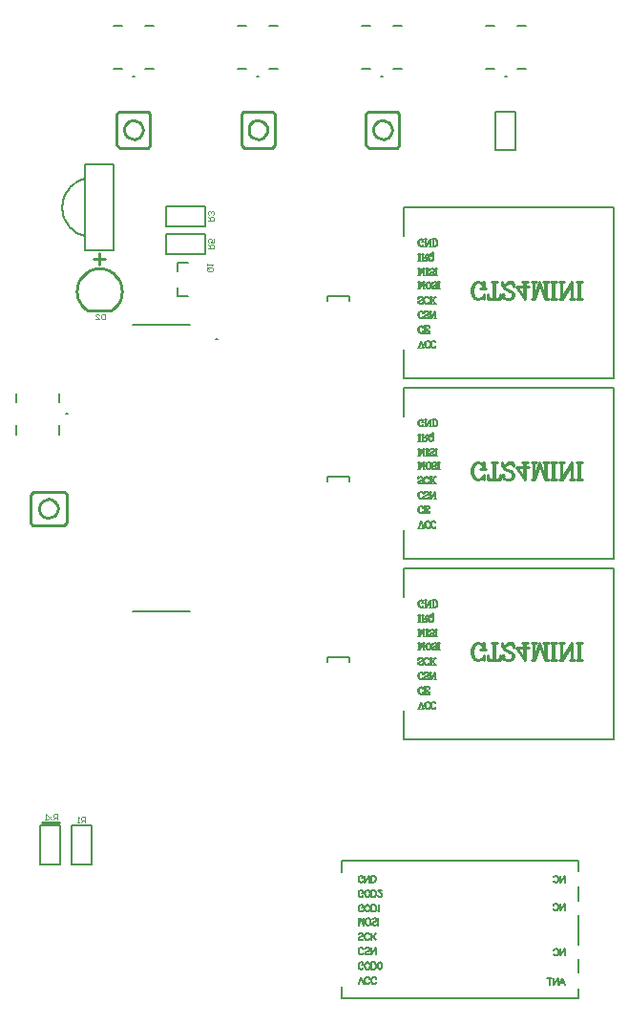
<source format=gbo>
G04*
G04 #@! TF.GenerationSoftware,Altium Limited,Altium Designer,20.1.7 (139)*
G04*
G04 Layer_Color=32896*
%FSLAX25Y25*%
%MOIN*%
G70*
G04*
G04 #@! TF.SameCoordinates,B477E5EB-4298-4D0D-9682-CB7A6047EE2C*
G04*
G04*
G04 #@! TF.FilePolarity,Positive*
G04*
G01*
G75*
%ADD10C,0.00787*%
%ADD11C,0.01000*%
%ADD58C,0.00500*%
%ADD59C,0.00591*%
%ADD60C,0.00984*%
%ADD61C,0.00394*%
D10*
X674209Y400618D02*
X673421D01*
X674209D01*
X726429Y426500D02*
X725642D01*
X726429D01*
X784178Y518185D02*
X783391D01*
X784178D01*
X827512D02*
X826724D01*
X827512D01*
X740845D02*
X740058D01*
X740845D01*
X697512D02*
X696724D01*
X697512D01*
X656020Y393413D02*
Y396563D01*
Y404437D02*
Y407587D01*
X671020Y393413D02*
Y396563D01*
Y404437D02*
Y407587D01*
X675555Y243232D02*
X682445D01*
Y256815D01*
X675555D02*
X682445D01*
X675555Y243232D02*
Y256815D01*
X664555Y243232D02*
X671445D01*
Y256815D01*
X664555D02*
X671445D01*
X664555Y243232D02*
Y256815D01*
X722031Y456366D02*
Y463256D01*
X708449D02*
X722031D01*
X708449Y456366D02*
Y463256D01*
Y456366D02*
X722031D01*
X708449Y465972D02*
Y472862D01*
Y465972D02*
X722031D01*
Y472862D01*
X708449D02*
X722031D01*
X696744Y431500D02*
X716744D01*
X696744Y331500D02*
X716744D01*
X852358Y196484D02*
Y200028D01*
Y205539D02*
Y210264D01*
Y215382D02*
Y225618D01*
Y230736D02*
Y235461D01*
Y240972D02*
Y244516D01*
X769681D02*
X852358D01*
X769681Y240579D02*
Y244516D01*
Y196484D02*
X852358D01*
X769681D02*
Y200421D01*
X791386Y412972D02*
X864614D01*
Y472421D01*
X791386D02*
X864614D01*
X791386Y412972D02*
Y422815D01*
Y462579D02*
Y472421D01*
X791386Y350079D02*
X864614D01*
Y409528D01*
X791386D02*
X864614D01*
X791386Y350079D02*
Y359921D01*
Y399685D02*
Y409528D01*
X791386Y286972D02*
X864614D01*
Y346421D01*
X791386D02*
X864614D01*
X791386Y286972D02*
Y296815D01*
Y336579D02*
Y346421D01*
X823555Y492469D02*
X830445D01*
Y506051D01*
X823555D02*
X830445D01*
X823555Y492469D02*
Y506051D01*
X776580Y535980D02*
X779730D01*
X787604D02*
X790753D01*
X776580Y520980D02*
X779730D01*
X787604D02*
X790753D01*
X819913Y535980D02*
X823063D01*
X830937D02*
X834087D01*
X819913Y520980D02*
X823063D01*
X830937D02*
X834087D01*
X733247Y535980D02*
X736396D01*
X744270D02*
X747420D01*
X733247Y520980D02*
X736396D01*
X744270D02*
X747420D01*
X689913Y535980D02*
X693063D01*
X700937D02*
X704087D01*
X689913Y520980D02*
X693063D01*
X700937D02*
X704087D01*
D11*
X670600Y367500D02*
X670453Y368473D01*
X670027Y369359D01*
X669357Y370080D01*
X668506Y370572D01*
X667547Y370791D01*
X666566Y370717D01*
X665650Y370358D01*
X664881Y369745D01*
X664327Y368932D01*
X664037Y367992D01*
Y367008D01*
X664327Y366068D01*
X664881Y365255D01*
X665650Y364642D01*
X666566Y364283D01*
X667547Y364209D01*
X668506Y364428D01*
X669357Y364920D01*
X670027Y365641D01*
X670453Y366527D01*
X670600Y367500D01*
X689176Y436657D02*
X689991Y437230D01*
X690726Y437901D01*
X691371Y438659D01*
X691915Y439493D01*
X692350Y440389D01*
X692668Y441332D01*
X692864Y442308D01*
X692936Y443301D01*
X692882Y444296D01*
X692702Y445275D01*
X692401Y446224D01*
X691982Y447127D01*
X691453Y447970D01*
X690822Y448740D01*
X690098Y449424D01*
X689294Y450011D01*
X688422Y450492D01*
X687497Y450859D01*
X686532Y451106D01*
X685544Y451230D01*
X684549Y451228D01*
X683561Y451100D01*
X682598Y450849D01*
X681674Y450478D01*
X680804Y449994D01*
X680002Y449404D01*
X679281Y448717D01*
X678653Y447945D01*
X678127Y447099D01*
X677712Y446195D01*
X677414Y445244D01*
X677239Y444264D01*
X677189Y443270D01*
X677264Y442277D01*
X677465Y441302D01*
X677786Y440360D01*
X678225Y439466D01*
X678772Y438634D01*
X679420Y437878D01*
X680158Y437210D01*
X680975Y436641D01*
X787293Y499650D02*
X787146Y500623D01*
X786720Y501509D01*
X786050Y502230D01*
X785198Y502722D01*
X784239Y502941D01*
X783259Y502867D01*
X782343Y502508D01*
X781574Y501895D01*
X781020Y501082D01*
X780730Y500142D01*
Y499158D01*
X781020Y498218D01*
X781574Y497405D01*
X782343Y496792D01*
X783259Y496433D01*
X784239Y496359D01*
X785198Y496578D01*
X786050Y497070D01*
X786720Y497791D01*
X787146Y498677D01*
X787293Y499650D01*
X743793D02*
X743646Y500623D01*
X743220Y501509D01*
X742550Y502230D01*
X741699Y502722D01*
X740739Y502941D01*
X739759Y502867D01*
X738843Y502508D01*
X738074Y501895D01*
X737520Y501082D01*
X737230Y500142D01*
Y499158D01*
X737520Y498218D01*
X738074Y497405D01*
X738843Y496792D01*
X739759Y496433D01*
X740739Y496359D01*
X741699Y496578D01*
X742550Y497070D01*
X743220Y497791D01*
X743646Y498677D01*
X743793Y499650D01*
X700293D02*
X700146Y500623D01*
X699719Y501509D01*
X699050Y502230D01*
X698199Y502722D01*
X697239Y502941D01*
X696259Y502867D01*
X695343Y502508D01*
X694574Y501895D01*
X694020Y501082D01*
X693730Y500142D01*
Y499158D01*
X694020Y498218D01*
X694574Y497405D01*
X695343Y496792D01*
X696259Y496433D01*
X697239Y496359D01*
X698199Y496578D01*
X699050Y497070D01*
X699719Y497791D01*
X700146Y498677D01*
X700293Y499650D01*
X661800Y361700D02*
X672800D01*
X660900Y362600D02*
X661800Y361700D01*
X660900Y362600D02*
Y372200D01*
X661986Y373286D01*
X672814D01*
X673650Y362550D02*
Y372450D01*
X672814Y373286D02*
X673650Y372450D01*
X672800Y361700D02*
X673650Y362550D01*
X664945Y257815D02*
X670945D01*
X680975Y436689D02*
X689176D01*
X789793Y494150D02*
Y505150D01*
X788893Y493250D02*
X789793Y494150D01*
X779293Y493250D02*
X788893D01*
X778207Y494336D02*
X779293Y493250D01*
X778207Y494336D02*
Y505164D01*
X779043Y506000D02*
X788943D01*
X778207Y505164D02*
X779043Y506000D01*
X788943D02*
X789793Y505150D01*
X746293Y494150D02*
Y505150D01*
X745393Y493250D02*
X746293Y494150D01*
X735793Y493250D02*
X745393D01*
X734707Y494336D02*
X735793Y493250D01*
X734707Y494336D02*
Y505164D01*
X735543Y506000D02*
X745443D01*
X734707Y505164D02*
X735543Y506000D01*
X745443D02*
X746293Y505150D01*
X702793Y494150D02*
Y505150D01*
X701893Y493250D02*
X702793Y494150D01*
X692293Y493250D02*
X701893D01*
X691207Y494336D02*
X692293Y493250D01*
X691207Y494336D02*
Y505164D01*
X692043Y506000D02*
X701943D01*
X691207Y505164D02*
X692043Y506000D01*
X701943D02*
X702793Y505150D01*
X684999Y452500D02*
Y456499D01*
X686999Y454499D02*
X683000D01*
D58*
X680006Y482502D02*
X679037Y482209D01*
X678101Y481822D01*
X677208Y481346D01*
X676366Y480784D01*
X675583Y480142D01*
X674867Y479427D01*
X674224Y478645D01*
X673661Y477803D01*
X673183Y476910D01*
X672796Y475975D01*
X672502Y475007D01*
X672304Y474014D01*
X672205Y473006D01*
Y471994D01*
X672304Y470986D01*
X672502Y469993D01*
X672796Y469025D01*
X673183Y468089D01*
X673661Y467197D01*
X674224Y466355D01*
X674867Y465573D01*
X675583Y464858D01*
X676366Y464216D01*
X677208Y463654D01*
X678101Y463178D01*
X679037Y462791D01*
X680006Y462498D01*
X680000Y457500D02*
X690000D01*
X680000D02*
Y462500D01*
Y482500D02*
Y487500D01*
X690000D01*
Y457500D02*
Y487500D01*
X680000Y462500D02*
Y482500D01*
X712480Y441687D02*
X715980D01*
X712480D02*
Y444687D01*
Y450187D02*
Y453187D01*
X715980D01*
X772300Y439931D02*
Y441481D01*
X764700Y439931D02*
Y441481D01*
X772300D01*
Y377037D02*
Y378587D01*
X764700Y377037D02*
Y378587D01*
X772300D01*
Y313931D02*
Y315481D01*
X764700Y313931D02*
Y315481D01*
X772300D01*
D59*
X847634Y239397D02*
Y237035D01*
Y239397D02*
X846059Y237035D01*
Y239397D02*
Y237035D01*
X843720Y238835D02*
X843833Y239060D01*
X844058Y239285D01*
X844283Y239397D01*
X844732D01*
X844957Y239285D01*
X845182Y239060D01*
X845295Y238835D01*
X845407Y238497D01*
Y237935D01*
X845295Y237598D01*
X845182Y237373D01*
X844957Y237148D01*
X844732Y237035D01*
X844283D01*
X844058Y237148D01*
X843833Y237373D01*
X843720Y237598D01*
X847634Y229555D02*
Y227193D01*
Y229555D02*
X846059Y227193D01*
Y229555D02*
Y227193D01*
X843720Y228992D02*
X843833Y229217D01*
X844058Y229442D01*
X844283Y229555D01*
X844732D01*
X844957Y229442D01*
X845182Y229217D01*
X845295Y228992D01*
X845407Y228655D01*
Y228093D01*
X845295Y227755D01*
X845182Y227530D01*
X844957Y227305D01*
X844732Y227193D01*
X844283D01*
X844058Y227305D01*
X843833Y227530D01*
X843720Y227755D01*
X847634Y213807D02*
Y211445D01*
Y213807D02*
X846059Y211445D01*
Y213807D02*
Y211445D01*
X843720Y213244D02*
X843833Y213469D01*
X844058Y213694D01*
X844283Y213807D01*
X844732D01*
X844957Y213694D01*
X845182Y213469D01*
X845295Y213244D01*
X845407Y212907D01*
Y212345D01*
X845295Y212007D01*
X845182Y211782D01*
X844957Y211557D01*
X844732Y211445D01*
X844283D01*
X844058Y211557D01*
X843833Y211782D01*
X843720Y212007D01*
X845835Y201209D02*
X846734Y203570D01*
X847634Y201209D01*
X847297Y201996D02*
X846172D01*
X845283Y203570D02*
Y201209D01*
Y203570D02*
X843709Y201209D01*
Y203570D02*
Y201209D01*
X842269Y203570D02*
Y201209D01*
X843057Y203570D02*
X841482D01*
X777274Y237598D02*
X777161Y237373D01*
X776936Y237148D01*
X776711Y237036D01*
X776261D01*
X776037Y237148D01*
X775811Y237373D01*
X775699Y237598D01*
X775587Y237936D01*
Y238498D01*
X775699Y238835D01*
X775811Y239060D01*
X776037Y239285D01*
X776261Y239398D01*
X776711D01*
X776936Y239285D01*
X777161Y239060D01*
X777274Y238835D01*
Y238498D01*
X776711D02*
X777274D01*
X777813Y237036D02*
Y239398D01*
Y237036D02*
X779388Y239398D01*
Y237036D02*
Y239398D01*
X780040Y237036D02*
Y239398D01*
Y237036D02*
X780827D01*
X781165Y237148D01*
X781390Y237373D01*
X781502Y237598D01*
X781614Y237936D01*
Y238498D01*
X781502Y238835D01*
X781390Y239060D01*
X781165Y239285D01*
X780827Y239398D01*
X780040D01*
X777274Y232480D02*
X777161Y232255D01*
X776936Y232030D01*
X776711Y231918D01*
X776261D01*
X776037Y232030D01*
X775811Y232255D01*
X775699Y232480D01*
X775587Y232818D01*
Y233380D01*
X775699Y233717D01*
X775811Y233942D01*
X776037Y234167D01*
X776261Y234279D01*
X776711D01*
X776936Y234167D01*
X777161Y233942D01*
X777274Y233717D01*
Y233380D01*
X776711D02*
X777274D01*
X778488Y231918D02*
X778263Y232030D01*
X778038Y232255D01*
X777926Y232480D01*
X777813Y232818D01*
Y233380D01*
X777926Y233717D01*
X778038Y233942D01*
X778263Y234167D01*
X778488Y234279D01*
X778938D01*
X779163Y234167D01*
X779388Y233942D01*
X779500Y233717D01*
X779613Y233380D01*
Y232818D01*
X779500Y232480D01*
X779388Y232255D01*
X779163Y232030D01*
X778938Y231918D01*
X778488D01*
X780164D02*
Y234279D01*
Y231918D02*
X780951D01*
X781288Y232030D01*
X781513Y232255D01*
X781626Y232480D01*
X781738Y232818D01*
Y233380D01*
X781626Y233717D01*
X781513Y233942D01*
X781288Y234167D01*
X780951Y234279D01*
X780164D01*
X782379Y232480D02*
Y232368D01*
X782492Y232143D01*
X782604Y232030D01*
X782829Y231918D01*
X783279D01*
X783504Y232030D01*
X783616Y232143D01*
X783729Y232368D01*
Y232593D01*
X783616Y232818D01*
X783391Y233155D01*
X782267Y234279D01*
X783841D01*
X777274Y227362D02*
X777161Y227137D01*
X776936Y226912D01*
X776711Y226800D01*
X776261D01*
X776037Y226912D01*
X775811Y227137D01*
X775699Y227362D01*
X775587Y227699D01*
Y228262D01*
X775699Y228599D01*
X775811Y228824D01*
X776037Y229049D01*
X776261Y229161D01*
X776711D01*
X776936Y229049D01*
X777161Y228824D01*
X777274Y228599D01*
Y228262D01*
X776711D02*
X777274D01*
X778488Y226800D02*
X778263Y226912D01*
X778038Y227137D01*
X777926Y227362D01*
X777813Y227699D01*
Y228262D01*
X777926Y228599D01*
X778038Y228824D01*
X778263Y229049D01*
X778488Y229161D01*
X778938D01*
X779163Y229049D01*
X779388Y228824D01*
X779500Y228599D01*
X779613Y228262D01*
Y227699D01*
X779500Y227362D01*
X779388Y227137D01*
X779163Y226912D01*
X778938Y226800D01*
X778488D01*
X780164D02*
Y229161D01*
Y226800D02*
X780951D01*
X781288Y226912D01*
X781513Y227137D01*
X781626Y227362D01*
X781738Y227699D01*
Y228262D01*
X781626Y228599D01*
X781513Y228824D01*
X781288Y229049D01*
X780951Y229161D01*
X780164D01*
X782267Y227250D02*
X782492Y227137D01*
X782829Y226800D01*
Y229161D01*
X775587Y222075D02*
Y224437D01*
Y222075D02*
X776486Y224437D01*
X777386Y222075D02*
X776486Y224437D01*
X777386Y222075D02*
Y224437D01*
X778735Y222075D02*
X778511Y222188D01*
X778286Y222413D01*
X778173Y222638D01*
X778061Y222975D01*
Y223537D01*
X778173Y223875D01*
X778286Y224100D01*
X778511Y224324D01*
X778735Y224437D01*
X779185D01*
X779410Y224324D01*
X779635Y224100D01*
X779748Y223875D01*
X779860Y223537D01*
Y222975D01*
X779748Y222638D01*
X779635Y222413D01*
X779410Y222188D01*
X779185Y222075D01*
X778735D01*
X781986Y222413D02*
X781761Y222188D01*
X781423Y222075D01*
X780973D01*
X780636Y222188D01*
X780411Y222413D01*
Y222638D01*
X780524Y222863D01*
X780636Y222975D01*
X780861Y223088D01*
X781536Y223312D01*
X781761Y223425D01*
X781873Y223537D01*
X781986Y223762D01*
Y224100D01*
X781761Y224324D01*
X781423Y224437D01*
X780973D01*
X780636Y224324D01*
X780411Y224100D01*
X782514Y222075D02*
Y224437D01*
X777161Y217295D02*
X776936Y217070D01*
X776599Y216957D01*
X776149D01*
X775811Y217070D01*
X775587Y217295D01*
Y217519D01*
X775699Y217744D01*
X775811Y217857D01*
X776037Y217969D01*
X776711Y218194D01*
X776936Y218307D01*
X777049Y218419D01*
X777161Y218644D01*
Y218982D01*
X776936Y219206D01*
X776599Y219319D01*
X776149D01*
X775811Y219206D01*
X775587Y218982D01*
X779377Y217519D02*
X779264Y217295D01*
X779039Y217070D01*
X778814Y216957D01*
X778364D01*
X778139Y217070D01*
X777915Y217295D01*
X777802Y217519D01*
X777690Y217857D01*
Y218419D01*
X777802Y218757D01*
X777915Y218982D01*
X778139Y219206D01*
X778364Y219319D01*
X778814D01*
X779039Y219206D01*
X779264Y218982D01*
X779377Y218757D01*
X780040Y216957D02*
Y219319D01*
X781614Y216957D02*
X780040Y218532D01*
X780602Y217969D02*
X781614Y219319D01*
X777274Y212401D02*
X777161Y212176D01*
X776936Y211952D01*
X776711Y211839D01*
X776261D01*
X776037Y211952D01*
X775811Y212176D01*
X775699Y212401D01*
X775587Y212739D01*
Y213301D01*
X775699Y213638D01*
X775811Y213863D01*
X776037Y214088D01*
X776261Y214201D01*
X776711D01*
X776936Y214088D01*
X777161Y213863D01*
X777274Y213638D01*
X779511Y212176D02*
X779287Y211952D01*
X778949Y211839D01*
X778499D01*
X778162Y211952D01*
X777937Y212176D01*
Y212401D01*
X778050Y212626D01*
X778162Y212739D01*
X778387Y212851D01*
X779062Y213076D01*
X779287Y213189D01*
X779399Y213301D01*
X779511Y213526D01*
Y213863D01*
X779287Y214088D01*
X778949Y214201D01*
X778499D01*
X778162Y214088D01*
X777937Y213863D01*
X780040Y211839D02*
Y214201D01*
Y211839D02*
X781614Y214201D01*
Y211839D02*
Y214201D01*
X777274Y207283D02*
X777161Y207058D01*
X776936Y206833D01*
X776711Y206721D01*
X776261D01*
X776037Y206833D01*
X775811Y207058D01*
X775699Y207283D01*
X775587Y207621D01*
Y208183D01*
X775699Y208520D01*
X775811Y208745D01*
X776037Y208970D01*
X776261Y209083D01*
X776711D01*
X776936Y208970D01*
X777161Y208745D01*
X777274Y208520D01*
Y208183D01*
X776711D02*
X777274D01*
X778488Y206721D02*
X778263Y206833D01*
X778038Y207058D01*
X777926Y207283D01*
X777813Y207621D01*
Y208183D01*
X777926Y208520D01*
X778038Y208745D01*
X778263Y208970D01*
X778488Y209083D01*
X778938D01*
X779163Y208970D01*
X779388Y208745D01*
X779500Y208520D01*
X779613Y208183D01*
Y207621D01*
X779500Y207283D01*
X779388Y207058D01*
X779163Y206833D01*
X778938Y206721D01*
X778488D01*
X780164D02*
Y209083D01*
Y206721D02*
X780951D01*
X781288Y206833D01*
X781513Y207058D01*
X781626Y207283D01*
X781738Y207621D01*
Y208183D01*
X781626Y208520D01*
X781513Y208745D01*
X781288Y208970D01*
X780951Y209083D01*
X780164D01*
X782942Y206721D02*
X782604Y206833D01*
X782379Y207171D01*
X782267Y207733D01*
Y208070D01*
X782379Y208633D01*
X782604Y208970D01*
X782942Y209083D01*
X783167D01*
X783504Y208970D01*
X783729Y208633D01*
X783841Y208070D01*
Y207733D01*
X783729Y207171D01*
X783504Y206833D01*
X783167Y206721D01*
X782942D01*
X775587Y201603D02*
X776486Y203965D01*
X777386Y201603D02*
X776486Y203965D01*
X779377Y202165D02*
X779264Y201940D01*
X779039Y201715D01*
X778814Y201603D01*
X778364D01*
X778139Y201715D01*
X777915Y201940D01*
X777802Y202165D01*
X777690Y202503D01*
Y203065D01*
X777802Y203402D01*
X777915Y203627D01*
X778139Y203852D01*
X778364Y203965D01*
X778814D01*
X779039Y203852D01*
X779264Y203627D01*
X779377Y203402D01*
X781727Y202165D02*
X781614Y201940D01*
X781390Y201715D01*
X781165Y201603D01*
X780715D01*
X780490Y201715D01*
X780265Y201940D01*
X780153Y202165D01*
X780040Y202503D01*
Y203065D01*
X780153Y203402D01*
X780265Y203627D01*
X780490Y203852D01*
X780715Y203965D01*
X781165D01*
X781390Y203852D01*
X781614Y203627D01*
X781727Y203402D01*
X798078Y459393D02*
X798191Y459730D01*
Y459056D01*
X798078Y459393D01*
X797854Y459168D01*
X797516Y459056D01*
X797291D01*
X796954Y459168D01*
X796729Y459393D01*
X796616Y459618D01*
X796504Y459955D01*
Y460518D01*
X796616Y460855D01*
X796729Y461080D01*
X796954Y461305D01*
X797291Y461417D01*
X797516D01*
X797854Y461305D01*
X798078Y461080D01*
X797291Y459056D02*
X797066Y459168D01*
X796841Y459393D01*
X796729Y459618D01*
X796616Y459955D01*
Y460518D01*
X796729Y460855D01*
X796841Y461080D01*
X797066Y461305D01*
X797291Y461417D01*
X798078Y460518D02*
Y461417D01*
X798191Y460518D02*
Y461417D01*
X797741Y460518D02*
X798528D01*
X799169Y459056D02*
Y461417D01*
X799282Y459056D02*
X800631Y461192D01*
X799282Y459281D02*
X800631Y461417D01*
Y459056D02*
Y461417D01*
X798832Y459056D02*
X799282D01*
X800294D02*
X800969D01*
X798832Y461417D02*
X799507D01*
X801598Y459056D02*
Y461417D01*
X801711Y459056D02*
Y461417D01*
X801261Y459056D02*
X802386D01*
X802723Y459168D01*
X802948Y459393D01*
X803061Y459618D01*
X803173Y459955D01*
Y460518D01*
X803061Y460855D01*
X802948Y461080D01*
X802723Y461305D01*
X802386Y461417D01*
X801261D01*
X802386Y459056D02*
X802611Y459168D01*
X802835Y459393D01*
X802948Y459618D01*
X803061Y459955D01*
Y460518D01*
X802948Y460855D01*
X802835Y461080D01*
X802611Y461305D01*
X802386Y461417D01*
X796841Y453937D02*
Y456299D01*
X796954Y453937D02*
Y456299D01*
X796504Y453937D02*
X797291D01*
X796504Y456299D02*
X797291D01*
X798056Y453937D02*
Y456299D01*
X798168Y453937D02*
Y456299D01*
X797718Y453937D02*
X799068D01*
X799405Y454050D01*
X799518Y454162D01*
X799630Y454387D01*
Y454612D01*
X799518Y454837D01*
X799405Y454950D01*
X799068Y455062D01*
X798168D01*
X799068Y453937D02*
X799293Y454050D01*
X799405Y454162D01*
X799518Y454387D01*
Y454612D01*
X799405Y454837D01*
X799293Y454950D01*
X799068Y455062D01*
X797718Y456299D02*
X798506D01*
X798731Y455062D02*
X798956Y455175D01*
X799068Y455287D01*
X799405Y456074D01*
X799518Y456187D01*
X799630D01*
X799743Y456074D01*
X798956Y455175D02*
X799068Y455400D01*
X799293Y456187D01*
X799405Y456299D01*
X799630D01*
X799743Y456074D01*
Y455962D01*
X800834Y453937D02*
X800496Y454050D01*
X800271Y454275D01*
X800159Y454500D01*
X800047Y454950D01*
Y455287D01*
X800159Y455737D01*
X800271Y455962D01*
X800496Y456187D01*
X800834Y456299D01*
X801059D01*
X801396Y456187D01*
X801621Y455962D01*
X801733Y455737D01*
X801846Y455287D01*
Y454950D01*
X801733Y454500D01*
X801621Y454275D01*
X801396Y454050D01*
X801059Y453937D01*
X800834D01*
X800609Y454050D01*
X800384Y454275D01*
X800271Y454500D01*
X800159Y454950D01*
Y455287D01*
X800271Y455737D01*
X800384Y455962D01*
X800609Y456187D01*
X800834Y456299D01*
X801059D02*
X801284Y456187D01*
X801509Y455962D01*
X801621Y455737D01*
X801733Y455287D01*
Y454950D01*
X801621Y454500D01*
X801509Y454275D01*
X801284Y454050D01*
X801059Y453937D01*
X800496Y456074D02*
Y455962D01*
X800609Y455737D01*
X800834Y455624D01*
X800946D01*
X801171Y455737D01*
X801284Y455962D01*
X801396Y456749D01*
X801509Y456861D01*
X801733D01*
X801846Y456637D01*
Y456524D01*
X801284Y455962D02*
X801396Y456412D01*
X801509Y456637D01*
X801621Y456749D01*
X801733D01*
X801846Y456637D01*
X796841Y448819D02*
Y451181D01*
X796954Y448819D02*
X797629Y450844D01*
X796841Y448819D02*
X797629Y451181D01*
X798416Y448819D02*
X797629Y451181D01*
X798416Y448819D02*
Y451181D01*
X798528Y448819D02*
Y451181D01*
X796504Y448819D02*
X796954D01*
X798416D02*
X798866D01*
X796504Y451181D02*
X797179D01*
X798078D02*
X798866D01*
X799473Y448819D02*
Y451181D01*
X799585Y448819D02*
Y451181D01*
X799135Y448819D02*
X799923D01*
X799135Y451181D02*
X799923D01*
X801812Y449157D02*
X801925Y448819D01*
Y449494D01*
X801812Y449157D01*
X801587Y448932D01*
X801250Y448819D01*
X800912D01*
X800575Y448932D01*
X800350Y449157D01*
Y449382D01*
X800463Y449607D01*
X800575Y449719D01*
X800800Y449832D01*
X801475Y450057D01*
X801700Y450169D01*
X801925Y450394D01*
X800350Y449382D02*
X800575Y449607D01*
X800800Y449719D01*
X801475Y449944D01*
X801700Y450057D01*
X801812Y450169D01*
X801925Y450394D01*
Y450844D01*
X801700Y451069D01*
X801362Y451181D01*
X801025D01*
X800688Y451069D01*
X800463Y450844D01*
X800350Y450506D01*
Y451181D01*
X800463Y450844D01*
X802611Y448819D02*
Y451181D01*
X802723Y448819D02*
Y451181D01*
X802273Y448819D02*
X803061D01*
X802273Y451181D02*
X803061D01*
X796841Y444095D02*
Y446457D01*
X796954Y444095D02*
X797629Y446119D01*
X796841Y444095D02*
X797629Y446457D01*
X798416Y444095D02*
X797629Y446457D01*
X798416Y444095D02*
Y446457D01*
X798528Y444095D02*
Y446457D01*
X796504Y444095D02*
X796954D01*
X798416D02*
X798866D01*
X796504Y446457D02*
X797179D01*
X798078D02*
X798866D01*
X799923Y444095D02*
X799585Y444207D01*
X799361Y444432D01*
X799248Y444657D01*
X799135Y445107D01*
Y445444D01*
X799248Y445894D01*
X799361Y446119D01*
X799585Y446344D01*
X799923Y446457D01*
X800148D01*
X800485Y446344D01*
X800710Y446119D01*
X800823Y445894D01*
X800935Y445444D01*
Y445107D01*
X800823Y444657D01*
X800710Y444432D01*
X800485Y444207D01*
X800148Y444095D01*
X799923D01*
X799698Y444207D01*
X799473Y444432D01*
X799361Y444657D01*
X799248Y445107D01*
Y445444D01*
X799361Y445894D01*
X799473Y446119D01*
X799698Y446344D01*
X799923Y446457D01*
X800148D02*
X800373Y446344D01*
X800597Y446119D01*
X800710Y445894D01*
X800823Y445444D01*
Y445107D01*
X800710Y444657D01*
X800597Y444432D01*
X800373Y444207D01*
X800148Y444095D01*
X802723Y444432D02*
X802835Y444095D01*
Y444770D01*
X802723Y444432D01*
X802498Y444207D01*
X802161Y444095D01*
X801823D01*
X801486Y444207D01*
X801261Y444432D01*
Y444657D01*
X801373Y444882D01*
X801486Y444995D01*
X801711Y445107D01*
X802386Y445332D01*
X802611Y445444D01*
X802835Y445670D01*
X801261Y444657D02*
X801486Y444882D01*
X801711Y444995D01*
X802386Y445220D01*
X802611Y445332D01*
X802723Y445444D01*
X802835Y445670D01*
Y446119D01*
X802611Y446344D01*
X802273Y446457D01*
X801936D01*
X801598Y446344D01*
X801373Y446119D01*
X801261Y445782D01*
Y446457D01*
X801373Y446119D01*
X803522Y444095D02*
Y446457D01*
X803634Y444095D02*
Y446457D01*
X803184Y444095D02*
X803971D01*
X803184Y446457D02*
X803971D01*
X797966Y439314D02*
X798078Y438977D01*
Y439652D01*
X797966Y439314D01*
X797741Y439089D01*
X797404Y438977D01*
X797066D01*
X796729Y439089D01*
X796504Y439314D01*
Y439539D01*
X796616Y439764D01*
X796729Y439877D01*
X796954Y439989D01*
X797629Y440214D01*
X797854Y440326D01*
X798078Y440551D01*
X796504Y439539D02*
X796729Y439764D01*
X796954Y439877D01*
X797629Y440101D01*
X797854Y440214D01*
X797966Y440326D01*
X798078Y440551D01*
Y441001D01*
X797854Y441226D01*
X797516Y441339D01*
X797179D01*
X796841Y441226D01*
X796616Y441001D01*
X796504Y440664D01*
Y441339D01*
X796616Y441001D01*
X800002Y439314D02*
X800114Y439652D01*
Y438977D01*
X800002Y439314D01*
X799777Y439089D01*
X799439Y438977D01*
X799214D01*
X798877Y439089D01*
X798652Y439314D01*
X798539Y439539D01*
X798427Y439877D01*
Y440439D01*
X798539Y440776D01*
X798652Y441001D01*
X798877Y441226D01*
X799214Y441339D01*
X799439D01*
X799777Y441226D01*
X800002Y441001D01*
X800114Y440776D01*
X799214Y438977D02*
X798989Y439089D01*
X798764Y439314D01*
X798652Y439539D01*
X798539Y439877D01*
Y440439D01*
X798652Y440776D01*
X798764Y441001D01*
X798989Y441226D01*
X799214Y441339D01*
X800789Y438977D02*
Y441339D01*
X800901Y438977D02*
Y441339D01*
X802363Y438977D02*
X800901Y440439D01*
X801464Y439989D02*
X802363Y441339D01*
X801351Y439989D02*
X802251Y441339D01*
X800451Y438977D02*
X801239D01*
X801913D02*
X802588D01*
X800451Y441339D02*
X801239D01*
X801913D02*
X802588D01*
X798078Y434196D02*
X798191Y434534D01*
Y433859D01*
X798078Y434196D01*
X797854Y433971D01*
X797516Y433859D01*
X797291D01*
X796954Y433971D01*
X796729Y434196D01*
X796616Y434421D01*
X796504Y434759D01*
Y435321D01*
X796616Y435658D01*
X796729Y435883D01*
X796954Y436108D01*
X797291Y436221D01*
X797516D01*
X797854Y436108D01*
X798078Y435883D01*
X798191Y435658D01*
X797291Y433859D02*
X797066Y433971D01*
X796841Y434196D01*
X796729Y434421D01*
X796616Y434759D01*
Y435321D01*
X796729Y435658D01*
X796841Y435883D01*
X797066Y436108D01*
X797291Y436221D01*
X799990Y434196D02*
X800103Y433859D01*
Y434534D01*
X799990Y434196D01*
X799765Y433971D01*
X799428Y433859D01*
X799091D01*
X798753Y433971D01*
X798528Y434196D01*
Y434421D01*
X798641Y434646D01*
X798753Y434759D01*
X798978Y434871D01*
X799653Y435096D01*
X799878Y435208D01*
X800103Y435433D01*
X798528Y434421D02*
X798753Y434646D01*
X798978Y434759D01*
X799653Y434983D01*
X799878Y435096D01*
X799990Y435208D01*
X800103Y435433D01*
Y435883D01*
X799878Y436108D01*
X799540Y436221D01*
X799203D01*
X798866Y436108D01*
X798641Y435883D01*
X798528Y435546D01*
Y436221D01*
X798641Y435883D01*
X800789Y433859D02*
Y436221D01*
X800901Y433859D02*
X802251Y435996D01*
X800901Y434084D02*
X802251Y436221D01*
Y433859D02*
Y436221D01*
X800451Y433859D02*
X800901D01*
X801913D02*
X802588D01*
X800451Y436221D02*
X801126D01*
X798078Y429078D02*
X798191Y429415D01*
Y428741D01*
X798078Y429078D01*
X797854Y428853D01*
X797516Y428741D01*
X797291D01*
X796954Y428853D01*
X796729Y429078D01*
X796616Y429303D01*
X796504Y429640D01*
Y430203D01*
X796616Y430540D01*
X796729Y430765D01*
X796954Y430990D01*
X797291Y431102D01*
X797516D01*
X797854Y430990D01*
X798078Y430765D01*
X798191Y430540D01*
X797291Y428741D02*
X797066Y428853D01*
X796841Y429078D01*
X796729Y429303D01*
X796616Y429640D01*
Y430203D01*
X796729Y430540D01*
X796841Y430765D01*
X797066Y430990D01*
X797291Y431102D01*
X798866Y428741D02*
Y431102D01*
X798978Y428741D02*
Y431102D01*
X799653Y429415D02*
Y430315D01*
X798528Y428741D02*
X800328D01*
Y429415D01*
X800215Y428741D01*
X798978Y429865D02*
X799653D01*
X798528Y431102D02*
X800328D01*
Y430428D01*
X800215Y431102D01*
X796729Y423623D02*
X797516Y425984D01*
X796841Y423623D02*
X797516Y425647D01*
X798303Y423623D02*
X797516Y425984D01*
X796504Y423623D02*
X797179D01*
X797854D02*
X798528D01*
X800406Y423960D02*
X800519Y424297D01*
Y423623D01*
X800406Y423960D01*
X800181Y423735D01*
X799844Y423623D01*
X799619D01*
X799282Y423735D01*
X799057Y423960D01*
X798944Y424185D01*
X798832Y424522D01*
Y425085D01*
X798944Y425422D01*
X799057Y425647D01*
X799282Y425872D01*
X799619Y425984D01*
X799844D01*
X800181Y425872D01*
X800406Y425647D01*
X800519Y425422D01*
X799619Y423623D02*
X799394Y423735D01*
X799169Y423960D01*
X799057Y424185D01*
X798944Y424522D01*
Y425085D01*
X799057Y425422D01*
X799169Y425647D01*
X799394Y425872D01*
X799619Y425984D01*
X802431Y423960D02*
X802543Y424297D01*
Y423623D01*
X802431Y423960D01*
X802206Y423735D01*
X801868Y423623D01*
X801643D01*
X801306Y423735D01*
X801081Y423960D01*
X800969Y424185D01*
X800856Y424522D01*
Y425085D01*
X800969Y425422D01*
X801081Y425647D01*
X801306Y425872D01*
X801643Y425984D01*
X801868D01*
X802206Y425872D01*
X802431Y425647D01*
X802543Y425422D01*
X801643Y423623D02*
X801418Y423735D01*
X801194Y423960D01*
X801081Y424185D01*
X800969Y424522D01*
Y425085D01*
X801081Y425422D01*
X801194Y425647D01*
X801418Y425872D01*
X801643Y425984D01*
X798078Y396499D02*
X798191Y396837D01*
Y396162D01*
X798078Y396499D01*
X797854Y396274D01*
X797516Y396162D01*
X797291D01*
X796954Y396274D01*
X796729Y396499D01*
X796616Y396724D01*
X796504Y397062D01*
Y397624D01*
X796616Y397961D01*
X796729Y398186D01*
X796954Y398411D01*
X797291Y398524D01*
X797516D01*
X797854Y398411D01*
X798078Y398186D01*
X797291Y396162D02*
X797066Y396274D01*
X796841Y396499D01*
X796729Y396724D01*
X796616Y397062D01*
Y397624D01*
X796729Y397961D01*
X796841Y398186D01*
X797066Y398411D01*
X797291Y398524D01*
X798078Y397624D02*
Y398524D01*
X798191Y397624D02*
Y398524D01*
X797741Y397624D02*
X798528D01*
X799169Y396162D02*
Y398524D01*
X799282Y396162D02*
X800631Y398299D01*
X799282Y396387D02*
X800631Y398524D01*
Y396162D02*
Y398524D01*
X798832Y396162D02*
X799282D01*
X800294D02*
X800969D01*
X798832Y398524D02*
X799507D01*
X801598Y396162D02*
Y398524D01*
X801711Y396162D02*
Y398524D01*
X801261Y396162D02*
X802386D01*
X802723Y396274D01*
X802948Y396499D01*
X803061Y396724D01*
X803173Y397062D01*
Y397624D01*
X803061Y397961D01*
X802948Y398186D01*
X802723Y398411D01*
X802386Y398524D01*
X801261D01*
X802386Y396162D02*
X802611Y396274D01*
X802836Y396499D01*
X802948Y396724D01*
X803061Y397062D01*
Y397624D01*
X802948Y397961D01*
X802836Y398186D01*
X802611Y398411D01*
X802386Y398524D01*
X796841Y391044D02*
Y393406D01*
X796954Y391044D02*
Y393406D01*
X796504Y391044D02*
X797291D01*
X796504Y393406D02*
X797291D01*
X798056Y391044D02*
Y393406D01*
X798168Y391044D02*
Y393406D01*
X797719Y391044D02*
X799068D01*
X799405Y391156D01*
X799518Y391269D01*
X799630Y391494D01*
Y391719D01*
X799518Y391944D01*
X799405Y392056D01*
X799068Y392168D01*
X798168D01*
X799068Y391044D02*
X799293Y391156D01*
X799405Y391269D01*
X799518Y391494D01*
Y391719D01*
X799405Y391944D01*
X799293Y392056D01*
X799068Y392168D01*
X797719Y393406D02*
X798506D01*
X798731Y392168D02*
X798956Y392281D01*
X799068Y392393D01*
X799405Y393181D01*
X799518Y393293D01*
X799630D01*
X799743Y393181D01*
X798956Y392281D02*
X799068Y392506D01*
X799293Y393293D01*
X799405Y393406D01*
X799630D01*
X799743Y393181D01*
Y393068D01*
X800834Y391044D02*
X800496Y391156D01*
X800271Y391381D01*
X800159Y391606D01*
X800047Y392056D01*
Y392393D01*
X800159Y392843D01*
X800271Y393068D01*
X800496Y393293D01*
X800834Y393406D01*
X801059D01*
X801396Y393293D01*
X801621Y393068D01*
X801733Y392843D01*
X801846Y392393D01*
Y392056D01*
X801733Y391606D01*
X801621Y391381D01*
X801396Y391156D01*
X801059Y391044D01*
X800834D01*
X800609Y391156D01*
X800384Y391381D01*
X800271Y391606D01*
X800159Y392056D01*
Y392393D01*
X800271Y392843D01*
X800384Y393068D01*
X800609Y393293D01*
X800834Y393406D01*
X801059D02*
X801284Y393293D01*
X801509Y393068D01*
X801621Y392843D01*
X801733Y392393D01*
Y392056D01*
X801621Y391606D01*
X801509Y391381D01*
X801284Y391156D01*
X801059Y391044D01*
X800496Y393181D02*
Y393068D01*
X800609Y392843D01*
X800834Y392731D01*
X800946D01*
X801171Y392843D01*
X801284Y393068D01*
X801396Y393855D01*
X801509Y393968D01*
X801733D01*
X801846Y393743D01*
Y393631D01*
X801284Y393068D02*
X801396Y393518D01*
X801509Y393743D01*
X801621Y393855D01*
X801733D01*
X801846Y393743D01*
X796841Y385926D02*
Y388287D01*
X796954Y385926D02*
X797629Y387950D01*
X796841Y385926D02*
X797629Y388287D01*
X798416Y385926D02*
X797629Y388287D01*
X798416Y385926D02*
Y388287D01*
X798528Y385926D02*
Y388287D01*
X796504Y385926D02*
X796954D01*
X798416D02*
X798866D01*
X796504Y388287D02*
X797179D01*
X798078D02*
X798866D01*
X799473Y385926D02*
Y388287D01*
X799585Y385926D02*
Y388287D01*
X799136Y385926D02*
X799923D01*
X799136Y388287D02*
X799923D01*
X801812Y386263D02*
X801925Y385926D01*
Y386600D01*
X801812Y386263D01*
X801587Y386038D01*
X801250Y385926D01*
X800912D01*
X800575Y386038D01*
X800350Y386263D01*
Y386488D01*
X800463Y386713D01*
X800575Y386825D01*
X800800Y386938D01*
X801475Y387163D01*
X801700Y387275D01*
X801925Y387500D01*
X800350Y386488D02*
X800575Y386713D01*
X800800Y386825D01*
X801475Y387050D01*
X801700Y387163D01*
X801812Y387275D01*
X801925Y387500D01*
Y387950D01*
X801700Y388175D01*
X801362Y388287D01*
X801025D01*
X800688Y388175D01*
X800463Y387950D01*
X800350Y387613D01*
Y388287D01*
X800463Y387950D01*
X802611Y385926D02*
Y388287D01*
X802723Y385926D02*
Y388287D01*
X802273Y385926D02*
X803061D01*
X802273Y388287D02*
X803061D01*
X796841Y381201D02*
Y383563D01*
X796954Y381201D02*
X797629Y383226D01*
X796841Y381201D02*
X797629Y383563D01*
X798416Y381201D02*
X797629Y383563D01*
X798416Y381201D02*
Y383563D01*
X798528Y381201D02*
Y383563D01*
X796504Y381201D02*
X796954D01*
X798416D02*
X798866D01*
X796504Y383563D02*
X797179D01*
X798078D02*
X798866D01*
X799923Y381201D02*
X799585Y381314D01*
X799361Y381539D01*
X799248Y381764D01*
X799136Y382213D01*
Y382551D01*
X799248Y383001D01*
X799361Y383226D01*
X799585Y383451D01*
X799923Y383563D01*
X800148D01*
X800485Y383451D01*
X800710Y383226D01*
X800823Y383001D01*
X800935Y382551D01*
Y382213D01*
X800823Y381764D01*
X800710Y381539D01*
X800485Y381314D01*
X800148Y381201D01*
X799923D01*
X799698Y381314D01*
X799473Y381539D01*
X799361Y381764D01*
X799248Y382213D01*
Y382551D01*
X799361Y383001D01*
X799473Y383226D01*
X799698Y383451D01*
X799923Y383563D01*
X800148D02*
X800373Y383451D01*
X800598Y383226D01*
X800710Y383001D01*
X800823Y382551D01*
Y382213D01*
X800710Y381764D01*
X800598Y381539D01*
X800373Y381314D01*
X800148Y381201D01*
X802723Y381539D02*
X802835Y381201D01*
Y381876D01*
X802723Y381539D01*
X802498Y381314D01*
X802161Y381201D01*
X801823D01*
X801486Y381314D01*
X801261Y381539D01*
Y381764D01*
X801373Y381989D01*
X801486Y382101D01*
X801711Y382213D01*
X802386Y382438D01*
X802611Y382551D01*
X802835Y382776D01*
X801261Y381764D02*
X801486Y381989D01*
X801711Y382101D01*
X802386Y382326D01*
X802611Y382438D01*
X802723Y382551D01*
X802835Y382776D01*
Y383226D01*
X802611Y383451D01*
X802273Y383563D01*
X801936D01*
X801598Y383451D01*
X801373Y383226D01*
X801261Y382888D01*
Y383563D01*
X801373Y383226D01*
X803522Y381201D02*
Y383563D01*
X803634Y381201D02*
Y383563D01*
X803184Y381201D02*
X803971D01*
X803184Y383563D02*
X803971D01*
X797966Y376421D02*
X798078Y376083D01*
Y376758D01*
X797966Y376421D01*
X797741Y376196D01*
X797404Y376083D01*
X797066D01*
X796729Y376196D01*
X796504Y376421D01*
Y376645D01*
X796616Y376870D01*
X796729Y376983D01*
X796954Y377095D01*
X797629Y377320D01*
X797854Y377433D01*
X798078Y377658D01*
X796504Y376645D02*
X796729Y376870D01*
X796954Y376983D01*
X797629Y377208D01*
X797854Y377320D01*
X797966Y377433D01*
X798078Y377658D01*
Y378108D01*
X797854Y378332D01*
X797516Y378445D01*
X797179D01*
X796841Y378332D01*
X796616Y378108D01*
X796504Y377770D01*
Y378445D01*
X796616Y378108D01*
X800002Y376421D02*
X800114Y376758D01*
Y376083D01*
X800002Y376421D01*
X799777Y376196D01*
X799439Y376083D01*
X799214D01*
X798877Y376196D01*
X798652Y376421D01*
X798539Y376645D01*
X798427Y376983D01*
Y377545D01*
X798539Y377883D01*
X798652Y378108D01*
X798877Y378332D01*
X799214Y378445D01*
X799439D01*
X799777Y378332D01*
X800002Y378108D01*
X800114Y377883D01*
X799214Y376083D02*
X798989Y376196D01*
X798764Y376421D01*
X798652Y376645D01*
X798539Y376983D01*
Y377545D01*
X798652Y377883D01*
X798764Y378108D01*
X798989Y378332D01*
X799214Y378445D01*
X800789Y376083D02*
Y378445D01*
X800901Y376083D02*
Y378445D01*
X802363Y376083D02*
X800901Y377545D01*
X801464Y377095D02*
X802363Y378445D01*
X801351Y377095D02*
X802251Y378445D01*
X800451Y376083D02*
X801239D01*
X801913D02*
X802588D01*
X800451Y378445D02*
X801239D01*
X801913D02*
X802588D01*
X798078Y371303D02*
X798191Y371640D01*
Y370965D01*
X798078Y371303D01*
X797854Y371078D01*
X797516Y370965D01*
X797291D01*
X796954Y371078D01*
X796729Y371303D01*
X796616Y371527D01*
X796504Y371865D01*
Y372427D01*
X796616Y372764D01*
X796729Y372989D01*
X796954Y373214D01*
X797291Y373327D01*
X797516D01*
X797854Y373214D01*
X798078Y372989D01*
X798191Y372764D01*
X797291Y370965D02*
X797066Y371078D01*
X796841Y371303D01*
X796729Y371527D01*
X796616Y371865D01*
Y372427D01*
X796729Y372764D01*
X796841Y372989D01*
X797066Y373214D01*
X797291Y373327D01*
X799990Y371303D02*
X800103Y370965D01*
Y371640D01*
X799990Y371303D01*
X799765Y371078D01*
X799428Y370965D01*
X799091D01*
X798753Y371078D01*
X798528Y371303D01*
Y371527D01*
X798641Y371752D01*
X798753Y371865D01*
X798978Y371977D01*
X799653Y372202D01*
X799878Y372315D01*
X800103Y372540D01*
X798528Y371527D02*
X798753Y371752D01*
X798978Y371865D01*
X799653Y372090D01*
X799878Y372202D01*
X799990Y372315D01*
X800103Y372540D01*
Y372989D01*
X799878Y373214D01*
X799540Y373327D01*
X799203D01*
X798866Y373214D01*
X798641Y372989D01*
X798528Y372652D01*
Y373327D01*
X798641Y372989D01*
X800789Y370965D02*
Y373327D01*
X800901Y370965D02*
X802251Y373102D01*
X800901Y371190D02*
X802251Y373327D01*
Y370965D02*
Y373327D01*
X800451Y370965D02*
X800901D01*
X801913D02*
X802588D01*
X800451Y373327D02*
X801126D01*
X798078Y366184D02*
X798191Y366522D01*
Y365847D01*
X798078Y366184D01*
X797854Y365960D01*
X797516Y365847D01*
X797291D01*
X796954Y365960D01*
X796729Y366184D01*
X796616Y366409D01*
X796504Y366747D01*
Y367309D01*
X796616Y367646D01*
X796729Y367871D01*
X796954Y368096D01*
X797291Y368209D01*
X797516D01*
X797854Y368096D01*
X798078Y367871D01*
X798191Y367646D01*
X797291Y365847D02*
X797066Y365960D01*
X796841Y366184D01*
X796729Y366409D01*
X796616Y366747D01*
Y367309D01*
X796729Y367646D01*
X796841Y367871D01*
X797066Y368096D01*
X797291Y368209D01*
X798866Y365847D02*
Y368209D01*
X798978Y365847D02*
Y368209D01*
X799653Y366522D02*
Y367422D01*
X798528Y365847D02*
X800328D01*
Y366522D01*
X800215Y365847D01*
X798978Y366972D02*
X799653D01*
X798528Y368209D02*
X800328D01*
Y367534D01*
X800215Y368209D01*
X796729Y360729D02*
X797516Y363091D01*
X796841Y360729D02*
X797516Y362753D01*
X798303Y360729D02*
X797516Y363091D01*
X796504Y360729D02*
X797179D01*
X797854D02*
X798528D01*
X800406Y361066D02*
X800519Y361404D01*
Y360729D01*
X800406Y361066D01*
X800181Y360841D01*
X799844Y360729D01*
X799619D01*
X799282Y360841D01*
X799057Y361066D01*
X798944Y361291D01*
X798832Y361629D01*
Y362191D01*
X798944Y362528D01*
X799057Y362753D01*
X799282Y362978D01*
X799619Y363091D01*
X799844D01*
X800181Y362978D01*
X800406Y362753D01*
X800519Y362528D01*
X799619Y360729D02*
X799394Y360841D01*
X799169Y361066D01*
X799057Y361291D01*
X798944Y361629D01*
Y362191D01*
X799057Y362528D01*
X799169Y362753D01*
X799394Y362978D01*
X799619Y363091D01*
X802431Y361066D02*
X802543Y361404D01*
Y360729D01*
X802431Y361066D01*
X802206Y360841D01*
X801868Y360729D01*
X801643D01*
X801306Y360841D01*
X801081Y361066D01*
X800969Y361291D01*
X800856Y361629D01*
Y362191D01*
X800969Y362528D01*
X801081Y362753D01*
X801306Y362978D01*
X801643Y363091D01*
X801868D01*
X802206Y362978D01*
X802431Y362753D01*
X802543Y362528D01*
X801643Y360729D02*
X801418Y360841D01*
X801194Y361066D01*
X801081Y361291D01*
X800969Y361629D01*
Y362191D01*
X801081Y362528D01*
X801194Y362753D01*
X801418Y362978D01*
X801643Y363091D01*
X798078Y333393D02*
X798191Y333730D01*
Y333056D01*
X798078Y333393D01*
X797854Y333168D01*
X797516Y333056D01*
X797291D01*
X796954Y333168D01*
X796729Y333393D01*
X796616Y333618D01*
X796504Y333955D01*
Y334518D01*
X796616Y334855D01*
X796729Y335080D01*
X796954Y335305D01*
X797291Y335417D01*
X797516D01*
X797854Y335305D01*
X798078Y335080D01*
X797291Y333056D02*
X797066Y333168D01*
X796841Y333393D01*
X796729Y333618D01*
X796616Y333955D01*
Y334518D01*
X796729Y334855D01*
X796841Y335080D01*
X797066Y335305D01*
X797291Y335417D01*
X798078Y334518D02*
Y335417D01*
X798191Y334518D02*
Y335417D01*
X797741Y334518D02*
X798528D01*
X799169Y333056D02*
Y335417D01*
X799282Y333056D02*
X800631Y335192D01*
X799282Y333281D02*
X800631Y335417D01*
Y333056D02*
Y335417D01*
X798832Y333056D02*
X799282D01*
X800294D02*
X800969D01*
X798832Y335417D02*
X799507D01*
X801598Y333056D02*
Y335417D01*
X801711Y333056D02*
Y335417D01*
X801261Y333056D02*
X802386D01*
X802723Y333168D01*
X802948Y333393D01*
X803061Y333618D01*
X803173Y333955D01*
Y334518D01*
X803061Y334855D01*
X802948Y335080D01*
X802723Y335305D01*
X802386Y335417D01*
X801261D01*
X802386Y333056D02*
X802611Y333168D01*
X802835Y333393D01*
X802948Y333618D01*
X803061Y333955D01*
Y334518D01*
X802948Y334855D01*
X802835Y335080D01*
X802611Y335305D01*
X802386Y335417D01*
X796841Y327938D02*
Y330299D01*
X796954Y327938D02*
Y330299D01*
X796504Y327938D02*
X797291D01*
X796504Y330299D02*
X797291D01*
X798056Y327938D02*
Y330299D01*
X798168Y327938D02*
Y330299D01*
X797718Y327938D02*
X799068D01*
X799405Y328050D01*
X799518Y328162D01*
X799630Y328387D01*
Y328612D01*
X799518Y328837D01*
X799405Y328950D01*
X799068Y329062D01*
X798168D01*
X799068Y327938D02*
X799293Y328050D01*
X799405Y328162D01*
X799518Y328387D01*
Y328612D01*
X799405Y328837D01*
X799293Y328950D01*
X799068Y329062D01*
X797718Y330299D02*
X798506D01*
X798731Y329062D02*
X798956Y329175D01*
X799068Y329287D01*
X799405Y330074D01*
X799518Y330187D01*
X799630D01*
X799743Y330074D01*
X798956Y329175D02*
X799068Y329399D01*
X799293Y330187D01*
X799405Y330299D01*
X799630D01*
X799743Y330074D01*
Y329962D01*
X800834Y327938D02*
X800496Y328050D01*
X800271Y328275D01*
X800159Y328500D01*
X800047Y328950D01*
Y329287D01*
X800159Y329737D01*
X800271Y329962D01*
X800496Y330187D01*
X800834Y330299D01*
X801059D01*
X801396Y330187D01*
X801621Y329962D01*
X801733Y329737D01*
X801846Y329287D01*
Y328950D01*
X801733Y328500D01*
X801621Y328275D01*
X801396Y328050D01*
X801059Y327938D01*
X800834D01*
X800609Y328050D01*
X800384Y328275D01*
X800271Y328500D01*
X800159Y328950D01*
Y329287D01*
X800271Y329737D01*
X800384Y329962D01*
X800609Y330187D01*
X800834Y330299D01*
X801059D02*
X801284Y330187D01*
X801509Y329962D01*
X801621Y329737D01*
X801733Y329287D01*
Y328950D01*
X801621Y328500D01*
X801509Y328275D01*
X801284Y328050D01*
X801059Y327938D01*
X800496Y330074D02*
Y329962D01*
X800609Y329737D01*
X800834Y329624D01*
X800946D01*
X801171Y329737D01*
X801284Y329962D01*
X801396Y330749D01*
X801509Y330861D01*
X801733D01*
X801846Y330637D01*
Y330524D01*
X801284Y329962D02*
X801396Y330412D01*
X801509Y330637D01*
X801621Y330749D01*
X801733D01*
X801846Y330637D01*
X796841Y322819D02*
Y325181D01*
X796954Y322819D02*
X797629Y324844D01*
X796841Y322819D02*
X797629Y325181D01*
X798416Y322819D02*
X797629Y325181D01*
X798416Y322819D02*
Y325181D01*
X798528Y322819D02*
Y325181D01*
X796504Y322819D02*
X796954D01*
X798416D02*
X798866D01*
X796504Y325181D02*
X797179D01*
X798078D02*
X798866D01*
X799473Y322819D02*
Y325181D01*
X799585Y322819D02*
Y325181D01*
X799135Y322819D02*
X799923D01*
X799135Y325181D02*
X799923D01*
X801812Y323157D02*
X801925Y322819D01*
Y323494D01*
X801812Y323157D01*
X801587Y322932D01*
X801250Y322819D01*
X800912D01*
X800575Y322932D01*
X800350Y323157D01*
Y323382D01*
X800463Y323607D01*
X800575Y323719D01*
X800800Y323832D01*
X801475Y324057D01*
X801700Y324169D01*
X801925Y324394D01*
X800350Y323382D02*
X800575Y323607D01*
X800800Y323719D01*
X801475Y323944D01*
X801700Y324057D01*
X801812Y324169D01*
X801925Y324394D01*
Y324844D01*
X801700Y325069D01*
X801362Y325181D01*
X801025D01*
X800688Y325069D01*
X800463Y324844D01*
X800350Y324506D01*
Y325181D01*
X800463Y324844D01*
X802611Y322819D02*
Y325181D01*
X802723Y322819D02*
Y325181D01*
X802273Y322819D02*
X803061D01*
X802273Y325181D02*
X803061D01*
X796841Y318095D02*
Y320457D01*
X796954Y318095D02*
X797629Y320119D01*
X796841Y318095D02*
X797629Y320457D01*
X798416Y318095D02*
X797629Y320457D01*
X798416Y318095D02*
Y320457D01*
X798528Y318095D02*
Y320457D01*
X796504Y318095D02*
X796954D01*
X798416D02*
X798866D01*
X796504Y320457D02*
X797179D01*
X798078D02*
X798866D01*
X799923Y318095D02*
X799585Y318208D01*
X799361Y318432D01*
X799248Y318657D01*
X799135Y319107D01*
Y319444D01*
X799248Y319894D01*
X799361Y320119D01*
X799585Y320344D01*
X799923Y320457D01*
X800148D01*
X800485Y320344D01*
X800710Y320119D01*
X800823Y319894D01*
X800935Y319444D01*
Y319107D01*
X800823Y318657D01*
X800710Y318432D01*
X800485Y318208D01*
X800148Y318095D01*
X799923D01*
X799698Y318208D01*
X799473Y318432D01*
X799361Y318657D01*
X799248Y319107D01*
Y319444D01*
X799361Y319894D01*
X799473Y320119D01*
X799698Y320344D01*
X799923Y320457D01*
X800148D02*
X800373Y320344D01*
X800597Y320119D01*
X800710Y319894D01*
X800823Y319444D01*
Y319107D01*
X800710Y318657D01*
X800597Y318432D01*
X800373Y318208D01*
X800148Y318095D01*
X802723Y318432D02*
X802835Y318095D01*
Y318770D01*
X802723Y318432D01*
X802498Y318208D01*
X802161Y318095D01*
X801823D01*
X801486Y318208D01*
X801261Y318432D01*
Y318657D01*
X801373Y318882D01*
X801486Y318995D01*
X801711Y319107D01*
X802386Y319332D01*
X802611Y319444D01*
X802835Y319670D01*
X801261Y318657D02*
X801486Y318882D01*
X801711Y318995D01*
X802386Y319220D01*
X802611Y319332D01*
X802723Y319444D01*
X802835Y319670D01*
Y320119D01*
X802611Y320344D01*
X802273Y320457D01*
X801936D01*
X801598Y320344D01*
X801373Y320119D01*
X801261Y319782D01*
Y320457D01*
X801373Y320119D01*
X803522Y318095D02*
Y320457D01*
X803634Y318095D02*
Y320457D01*
X803184Y318095D02*
X803971D01*
X803184Y320457D02*
X803971D01*
X797966Y313314D02*
X798078Y312977D01*
Y313652D01*
X797966Y313314D01*
X797741Y313089D01*
X797404Y312977D01*
X797066D01*
X796729Y313089D01*
X796504Y313314D01*
Y313539D01*
X796616Y313764D01*
X796729Y313877D01*
X796954Y313989D01*
X797629Y314214D01*
X797854Y314326D01*
X798078Y314551D01*
X796504Y313539D02*
X796729Y313764D01*
X796954Y313877D01*
X797629Y314102D01*
X797854Y314214D01*
X797966Y314326D01*
X798078Y314551D01*
Y315001D01*
X797854Y315226D01*
X797516Y315339D01*
X797179D01*
X796841Y315226D01*
X796616Y315001D01*
X796504Y314664D01*
Y315339D01*
X796616Y315001D01*
X800002Y313314D02*
X800114Y313652D01*
Y312977D01*
X800002Y313314D01*
X799777Y313089D01*
X799439Y312977D01*
X799214D01*
X798877Y313089D01*
X798652Y313314D01*
X798539Y313539D01*
X798427Y313877D01*
Y314439D01*
X798539Y314776D01*
X798652Y315001D01*
X798877Y315226D01*
X799214Y315339D01*
X799439D01*
X799777Y315226D01*
X800002Y315001D01*
X800114Y314776D01*
X799214Y312977D02*
X798989Y313089D01*
X798764Y313314D01*
X798652Y313539D01*
X798539Y313877D01*
Y314439D01*
X798652Y314776D01*
X798764Y315001D01*
X798989Y315226D01*
X799214Y315339D01*
X800789Y312977D02*
Y315339D01*
X800901Y312977D02*
Y315339D01*
X802363Y312977D02*
X800901Y314439D01*
X801464Y313989D02*
X802363Y315339D01*
X801351Y313989D02*
X802251Y315339D01*
X800451Y312977D02*
X801239D01*
X801913D02*
X802588D01*
X800451Y315339D02*
X801239D01*
X801913D02*
X802588D01*
X798078Y308196D02*
X798191Y308534D01*
Y307859D01*
X798078Y308196D01*
X797854Y307971D01*
X797516Y307859D01*
X797291D01*
X796954Y307971D01*
X796729Y308196D01*
X796616Y308421D01*
X796504Y308758D01*
Y309321D01*
X796616Y309658D01*
X796729Y309883D01*
X796954Y310108D01*
X797291Y310221D01*
X797516D01*
X797854Y310108D01*
X798078Y309883D01*
X798191Y309658D01*
X797291Y307859D02*
X797066Y307971D01*
X796841Y308196D01*
X796729Y308421D01*
X796616Y308758D01*
Y309321D01*
X796729Y309658D01*
X796841Y309883D01*
X797066Y310108D01*
X797291Y310221D01*
X799990Y308196D02*
X800103Y307859D01*
Y308534D01*
X799990Y308196D01*
X799765Y307971D01*
X799428Y307859D01*
X799091D01*
X798753Y307971D01*
X798528Y308196D01*
Y308421D01*
X798641Y308646D01*
X798753Y308758D01*
X798978Y308871D01*
X799653Y309096D01*
X799878Y309208D01*
X800103Y309433D01*
X798528Y308421D02*
X798753Y308646D01*
X798978Y308758D01*
X799653Y308983D01*
X799878Y309096D01*
X799990Y309208D01*
X800103Y309433D01*
Y309883D01*
X799878Y310108D01*
X799540Y310221D01*
X799203D01*
X798866Y310108D01*
X798641Y309883D01*
X798528Y309546D01*
Y310221D01*
X798641Y309883D01*
X800789Y307859D02*
Y310221D01*
X800901Y307859D02*
X802251Y309996D01*
X800901Y308084D02*
X802251Y310221D01*
Y307859D02*
Y310221D01*
X800451Y307859D02*
X800901D01*
X801913D02*
X802588D01*
X800451Y310221D02*
X801126D01*
X798078Y303078D02*
X798191Y303415D01*
Y302741D01*
X798078Y303078D01*
X797854Y302853D01*
X797516Y302741D01*
X797291D01*
X796954Y302853D01*
X796729Y303078D01*
X796616Y303303D01*
X796504Y303640D01*
Y304203D01*
X796616Y304540D01*
X796729Y304765D01*
X796954Y304990D01*
X797291Y305102D01*
X797516D01*
X797854Y304990D01*
X798078Y304765D01*
X798191Y304540D01*
X797291Y302741D02*
X797066Y302853D01*
X796841Y303078D01*
X796729Y303303D01*
X796616Y303640D01*
Y304203D01*
X796729Y304540D01*
X796841Y304765D01*
X797066Y304990D01*
X797291Y305102D01*
X798866Y302741D02*
Y305102D01*
X798978Y302741D02*
Y305102D01*
X799653Y303415D02*
Y304315D01*
X798528Y302741D02*
X800328D01*
Y303415D01*
X800215Y302741D01*
X798978Y303865D02*
X799653D01*
X798528Y305102D02*
X800328D01*
Y304428D01*
X800215Y305102D01*
X796729Y297623D02*
X797516Y299984D01*
X796841Y297623D02*
X797516Y299647D01*
X798303Y297623D02*
X797516Y299984D01*
X796504Y297623D02*
X797179D01*
X797854D02*
X798528D01*
X800406Y297960D02*
X800519Y298297D01*
Y297623D01*
X800406Y297960D01*
X800181Y297735D01*
X799844Y297623D01*
X799619D01*
X799282Y297735D01*
X799057Y297960D01*
X798944Y298185D01*
X798832Y298522D01*
Y299085D01*
X798944Y299422D01*
X799057Y299647D01*
X799282Y299872D01*
X799619Y299984D01*
X799844D01*
X800181Y299872D01*
X800406Y299647D01*
X800519Y299422D01*
X799619Y297623D02*
X799394Y297735D01*
X799169Y297960D01*
X799057Y298185D01*
X798944Y298522D01*
Y299085D01*
X799057Y299422D01*
X799169Y299647D01*
X799394Y299872D01*
X799619Y299984D01*
X802431Y297960D02*
X802543Y298297D01*
Y297623D01*
X802431Y297960D01*
X802206Y297735D01*
X801868Y297623D01*
X801643D01*
X801306Y297735D01*
X801081Y297960D01*
X800969Y298185D01*
X800856Y298522D01*
Y299085D01*
X800969Y299422D01*
X801081Y299647D01*
X801306Y299872D01*
X801643Y299984D01*
X801868D01*
X802206Y299872D01*
X802431Y299647D01*
X802543Y299422D01*
X801643Y297623D02*
X801418Y297735D01*
X801194Y297960D01*
X801081Y298185D01*
X800969Y298522D01*
Y299085D01*
X801081Y299422D01*
X801194Y299647D01*
X801418Y299872D01*
X801643Y299984D01*
D60*
X818944Y441376D02*
X819225Y442220D01*
Y440533D01*
X818944Y441376D01*
X818382Y440814D01*
X817538Y440533D01*
X816976D01*
X816133Y440814D01*
X815570Y441376D01*
X815289Y441938D01*
X815008Y442782D01*
Y444188D01*
X815289Y445031D01*
X815570Y445594D01*
X816133Y446156D01*
X816976Y446437D01*
X817538D01*
X818382Y446156D01*
X818944Y445594D01*
X816976Y440533D02*
X816414Y440814D01*
X815851Y441376D01*
X815570Y441938D01*
X815289Y442782D01*
Y444188D01*
X815570Y445031D01*
X815851Y445594D01*
X816414Y446156D01*
X816976Y446437D01*
X818944Y444188D02*
Y446437D01*
X819225Y444188D02*
Y446437D01*
X818101Y444188D02*
X820069D01*
X822796Y440533D02*
Y446437D01*
X823077Y440533D02*
Y446437D01*
X821109Y440533D02*
X820828Y442220D01*
Y440533D01*
X825045D01*
Y442220D01*
X824764Y440533D01*
X821952Y446437D02*
X823921D01*
X826170Y441657D02*
X826451Y441938D01*
X826170Y442220D01*
X825889Y441938D01*
Y441657D01*
X826170Y441095D01*
X826451Y440814D01*
X827294Y440533D01*
X828419D01*
X829262Y440814D01*
X829544Y441095D01*
X829825Y441657D01*
Y442220D01*
X829544Y442782D01*
X828700Y443344D01*
X827294Y443907D01*
X826732Y444188D01*
X826170Y444750D01*
X825889Y445594D01*
Y446437D01*
X828419Y440533D02*
X828981Y440814D01*
X829262Y441095D01*
X829544Y441657D01*
Y442220D01*
X829262Y442782D01*
X828419Y443344D01*
X827294Y443907D01*
X825889Y445875D02*
X826170Y445594D01*
X826732D01*
X828138Y446156D01*
X828981D01*
X829544Y445875D01*
X829825Y445594D01*
Y445031D01*
X826732Y445594D02*
X828138Y446437D01*
X829262D01*
X829544Y446156D01*
X829825Y445594D01*
X833508Y441095D02*
Y446437D01*
X835195Y444750D02*
X830696D01*
X833789Y440533D01*
Y446437D01*
X832664D02*
X834632D01*
X836854Y440533D02*
Y446437D01*
X837135Y440533D02*
X838822Y445594D01*
X836854Y440533D02*
X838822Y446437D01*
X840790Y440533D02*
X838822Y446437D01*
X840790Y440533D02*
Y446437D01*
X841071Y440533D02*
Y446437D01*
X836010Y440533D02*
X837135D01*
X840790D02*
X841914D01*
X836010Y446437D02*
X837697D01*
X839946D02*
X841914D01*
X843433Y440533D02*
Y446437D01*
X843714Y440533D02*
Y446437D01*
X842589Y440533D02*
X844557D01*
X842589Y446437D02*
X844557D01*
X846469Y440533D02*
Y446437D01*
X846750Y440533D02*
X850124Y445875D01*
X846750Y441095D02*
X850124Y446437D01*
Y440533D02*
Y446437D01*
X845626Y440533D02*
X846750D01*
X849281D02*
X850968D01*
X845626Y446437D02*
X847313D01*
X852542Y440533D02*
Y446437D01*
X852823Y440533D02*
Y446437D01*
X851699Y440533D02*
X853667D01*
X851699Y446437D02*
X853667D01*
X818944Y378483D02*
X819225Y379326D01*
Y377639D01*
X818944Y378483D01*
X818382Y377920D01*
X817538Y377639D01*
X816976D01*
X816133Y377920D01*
X815570Y378483D01*
X815289Y379045D01*
X815008Y379888D01*
Y381294D01*
X815289Y382138D01*
X815570Y382700D01*
X816133Y383262D01*
X816976Y383543D01*
X817538D01*
X818382Y383262D01*
X818944Y382700D01*
X816976Y377639D02*
X816414Y377920D01*
X815851Y378483D01*
X815570Y379045D01*
X815289Y379888D01*
Y381294D01*
X815570Y382138D01*
X815851Y382700D01*
X816414Y383262D01*
X816976Y383543D01*
X818944Y381294D02*
Y383543D01*
X819225Y381294D02*
Y383543D01*
X818101Y381294D02*
X820069D01*
X822796Y377639D02*
Y383543D01*
X823077Y377639D02*
Y383543D01*
X821109Y377639D02*
X820828Y379326D01*
Y377639D01*
X825045D01*
Y379326D01*
X824764Y377639D01*
X821952Y383543D02*
X823921D01*
X826170Y378764D02*
X826451Y379045D01*
X826170Y379326D01*
X825889Y379045D01*
Y378764D01*
X826170Y378201D01*
X826451Y377920D01*
X827294Y377639D01*
X828419D01*
X829262Y377920D01*
X829544Y378201D01*
X829825Y378764D01*
Y379326D01*
X829544Y379888D01*
X828700Y380451D01*
X827294Y381013D01*
X826732Y381294D01*
X826170Y381856D01*
X825889Y382700D01*
Y383543D01*
X828419Y377639D02*
X828981Y377920D01*
X829262Y378201D01*
X829544Y378764D01*
Y379326D01*
X829262Y379888D01*
X828419Y380451D01*
X827294Y381013D01*
X825889Y382981D02*
X826170Y382700D01*
X826732D01*
X828138Y383262D01*
X828981D01*
X829544Y382981D01*
X829825Y382700D01*
Y382138D01*
X826732Y382700D02*
X828138Y383543D01*
X829262D01*
X829544Y383262D01*
X829825Y382700D01*
X833508Y378201D02*
Y383543D01*
X835195Y381856D02*
X830696D01*
X833789Y377639D01*
Y383543D01*
X832664D02*
X834632D01*
X836854Y377639D02*
Y383543D01*
X837135Y377639D02*
X838822Y382700D01*
X836854Y377639D02*
X838822Y383543D01*
X840790Y377639D02*
X838822Y383543D01*
X840790Y377639D02*
Y383543D01*
X841071Y377639D02*
Y383543D01*
X836010Y377639D02*
X837135D01*
X840790D02*
X841914D01*
X836010Y383543D02*
X837697D01*
X839946D02*
X841914D01*
X843433Y377639D02*
Y383543D01*
X843714Y377639D02*
Y383543D01*
X842589Y377639D02*
X844557D01*
X842589Y383543D02*
X844557D01*
X846469Y377639D02*
Y383543D01*
X846750Y377639D02*
X850124Y382981D01*
X846750Y378201D02*
X850124Y383543D01*
Y377639D02*
Y383543D01*
X845626Y377639D02*
X846750D01*
X849281D02*
X850968D01*
X845626Y383543D02*
X847313D01*
X852542Y377639D02*
Y383543D01*
X852823Y377639D02*
Y383543D01*
X851699Y377639D02*
X853667D01*
X851699Y383543D02*
X853667D01*
X818944Y315376D02*
X819225Y316220D01*
Y314533D01*
X818944Y315376D01*
X818382Y314814D01*
X817538Y314533D01*
X816976D01*
X816133Y314814D01*
X815570Y315376D01*
X815289Y315938D01*
X815008Y316782D01*
Y318188D01*
X815289Y319031D01*
X815570Y319594D01*
X816133Y320156D01*
X816976Y320437D01*
X817538D01*
X818382Y320156D01*
X818944Y319594D01*
X816976Y314533D02*
X816414Y314814D01*
X815851Y315376D01*
X815570Y315938D01*
X815289Y316782D01*
Y318188D01*
X815570Y319031D01*
X815851Y319594D01*
X816414Y320156D01*
X816976Y320437D01*
X818944Y318188D02*
Y320437D01*
X819225Y318188D02*
Y320437D01*
X818101Y318188D02*
X820069D01*
X822796Y314533D02*
Y320437D01*
X823077Y314533D02*
Y320437D01*
X821109Y314533D02*
X820828Y316220D01*
Y314533D01*
X825045D01*
Y316220D01*
X824764Y314533D01*
X821952Y320437D02*
X823921D01*
X826170Y315657D02*
X826451Y315938D01*
X826170Y316220D01*
X825889Y315938D01*
Y315657D01*
X826170Y315095D01*
X826451Y314814D01*
X827294Y314533D01*
X828419D01*
X829262Y314814D01*
X829544Y315095D01*
X829825Y315657D01*
Y316220D01*
X829544Y316782D01*
X828700Y317344D01*
X827294Y317907D01*
X826732Y318188D01*
X826170Y318750D01*
X825889Y319594D01*
Y320437D01*
X828419Y314533D02*
X828981Y314814D01*
X829262Y315095D01*
X829544Y315657D01*
Y316220D01*
X829262Y316782D01*
X828419Y317344D01*
X827294Y317907D01*
X825889Y319875D02*
X826170Y319594D01*
X826732D01*
X828138Y320156D01*
X828981D01*
X829544Y319875D01*
X829825Y319594D01*
Y319031D01*
X826732Y319594D02*
X828138Y320437D01*
X829262D01*
X829544Y320156D01*
X829825Y319594D01*
X833508Y315095D02*
Y320437D01*
X835195Y318750D02*
X830696D01*
X833789Y314533D01*
Y320437D01*
X832664D02*
X834632D01*
X836854Y314533D02*
Y320437D01*
X837135Y314533D02*
X838822Y319594D01*
X836854Y314533D02*
X838822Y320437D01*
X840790Y314533D02*
X838822Y320437D01*
X840790Y314533D02*
Y320437D01*
X841071Y314533D02*
Y320437D01*
X836010Y314533D02*
X837135D01*
X840790D02*
X841914D01*
X836010Y320437D02*
X837697D01*
X839946D02*
X841914D01*
X843433Y314533D02*
Y320437D01*
X843714Y314533D02*
Y320437D01*
X842589Y314533D02*
X844557D01*
X842589Y320437D02*
X844557D01*
X846469Y314533D02*
Y320437D01*
X846750Y314533D02*
X850124Y319875D01*
X846750Y315095D02*
X850124Y320437D01*
Y314533D02*
Y320437D01*
X845626Y314533D02*
X846750D01*
X849281D02*
X850968D01*
X845626Y320437D02*
X847313D01*
X852542Y314533D02*
Y320437D01*
X852823Y314533D02*
Y320437D01*
X851699Y314533D02*
X853667D01*
X851699Y320437D02*
X853667D01*
D61*
X670500Y259000D02*
Y260968D01*
X669516D01*
X669188Y260640D01*
Y259984D01*
X669516Y259656D01*
X670500D01*
X669844D02*
X669188Y259000D01*
X668532Y260312D02*
X667220Y259000D01*
X667876Y259656D01*
X667220Y260312D01*
X668532Y259000D01*
X666564D02*
X665908D01*
X666236D01*
Y260968D01*
X666564Y260640D01*
X723128Y458311D02*
X725096D01*
Y459295D01*
X724768Y459623D01*
X724112D01*
X723784Y459295D01*
Y458311D01*
Y458967D02*
X723128Y459623D01*
X725096Y461591D02*
Y460279D01*
X724112D01*
X724440Y460935D01*
Y461263D01*
X724112Y461591D01*
X723456D01*
X723128Y461263D01*
Y460607D01*
X723456Y460279D01*
X723128Y467917D02*
X725096D01*
Y468901D01*
X724768Y469229D01*
X724112D01*
X723784Y468901D01*
Y467917D01*
Y468573D02*
X723128Y469229D01*
X724768Y469885D02*
X725096Y470213D01*
Y470869D01*
X724768Y471197D01*
X724440D01*
X724112Y470869D01*
Y470541D01*
Y470869D01*
X723784Y471197D01*
X723456D01*
X723128Y470869D01*
Y470213D01*
X723456Y469885D01*
X680000Y258000D02*
Y259968D01*
X679016D01*
X678688Y259640D01*
Y258984D01*
X679016Y258656D01*
X680000D01*
X679344D02*
X678688Y258000D01*
X678032D02*
X677376D01*
X677704D01*
Y259968D01*
X678032Y259640D01*
X722956Y451623D02*
X724268D01*
X724596Y451295D01*
Y450639D01*
X724268Y450311D01*
X722956D01*
X722628Y450639D01*
Y451295D01*
X723284Y450967D02*
X722628Y451623D01*
Y451295D02*
X722956Y451623D01*
X722628Y452279D02*
Y452935D01*
Y452607D01*
X724596D01*
X724268Y452279D01*
X687098Y435405D02*
Y433437D01*
X686115D01*
X685786Y433765D01*
Y435077D01*
X686115Y435405D01*
X687098D01*
X683819Y433437D02*
X685131D01*
X683819Y434749D01*
Y435077D01*
X684147Y435405D01*
X684802D01*
X685131Y435077D01*
M02*

</source>
